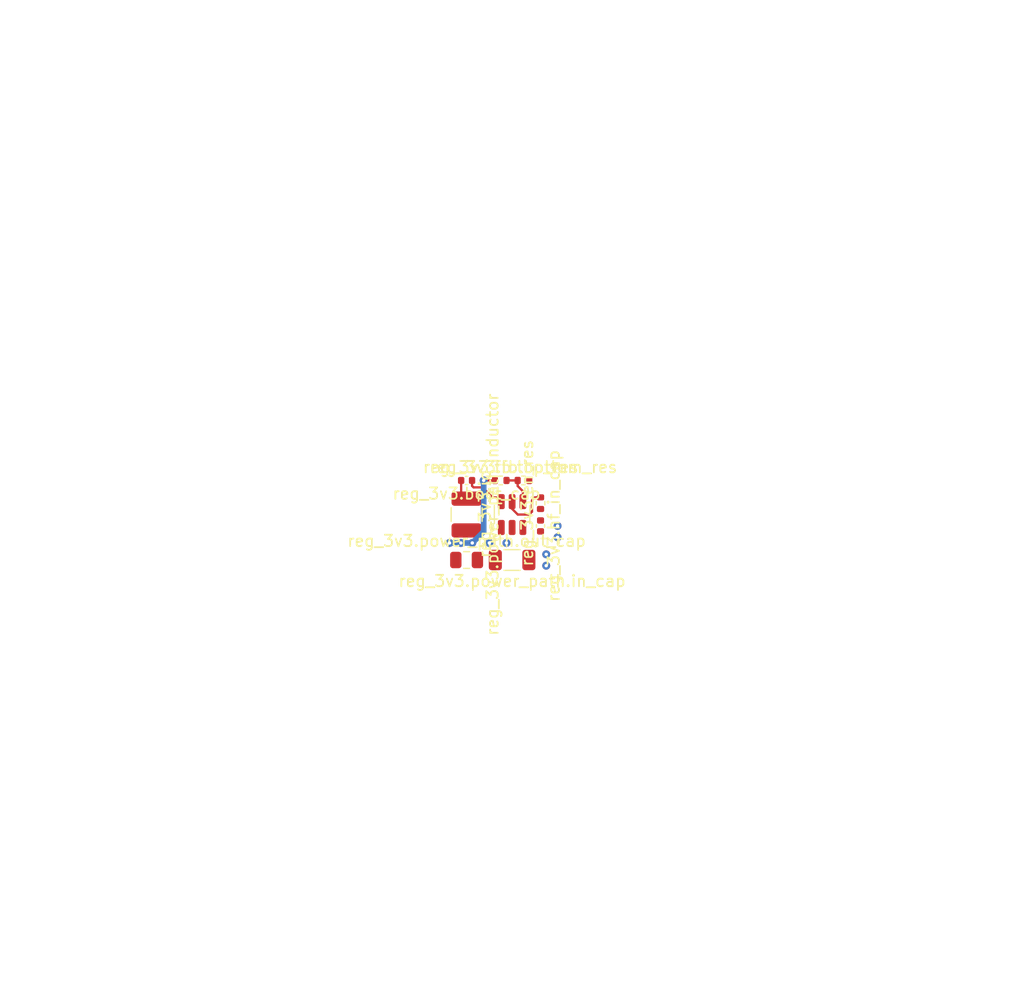
<source format=kicad_pcb>
(kicad_pcb (version 20240108) (generator "pcbnew") (generator_version "8.0")
  (layers (0 "F.Cu" signal) (31 "B.Cu" signal) (34 "B.Paste" user) (35 "F.Paste" user) (36 "B.SilkS" user "B.Silkscreen") (37 "F.SilkS" user "F.Silkscreen") (38 "B.Mask" user) (39 "F.Mask" user) (44 "Edge.Cuts" user))
  (net 0 "")
  (net 1 "Lv3v3")
  (net 2 "Lgnd")
  (net 3 "Lv12")
  (net 4 "Lreg_3v3.fb.output")
  (net 5 "Lreg_3v3.en_res.b")
  (net 6 "Lreg_3v3.boot_cap.pos")
  (net 7 "Lreg_3v3.boot_cap.neg")
  (footprint "Resistor_SMD:R_0402_1005Metric" (layer "F.Cu") (at 101 113)
    (property "Reference" "reg_3v3.fb.bottom_res" (at 0 -1.17 0) (layer "F.SilkS"))
    (property "Value" "±1% 1/16W Thick Film Resistors 50V ±100ppm/? -55?~+155? 1.5k? 0402 Chip Resistor - Surface Mount ROHS")
    (fp_line (start -0.153641 -0.38) (end 0.153641 -0.38) (stroke (width 0.12)) (layer "F.SilkS"))
    (fp_line (start -0.153641 0.38) (end 0.153641 0.38) (stroke (width 0.12)) (layer "F.SilkS"))
    (pad "1" smd roundrect (at -0.51 0) (size 0.54 0.64) (layers "F.Cu" "F.Paste" "F.Mask") (net 4 "Lreg_3v3.fb.output"))
    (pad "2" smd roundrect (at 0.51 0) (size 0.54 0.64) (layers "F.Cu" "F.Paste" "F.Mask") (net 2 "Lgnd"))
  )
  (footprint "Resistor_SMD:R_0402_1005Metric" (layer "F.Cu") (at 99 113)
    (property "Reference" "reg_3v3.fb.top_res" (at 0 -1.17 0) (layer "F.SilkS"))
    (property "Value" "±1% 1/16W Thick Film Resistors 50V ±100ppm/? -55?~+155? 6.8k? 0402 Chip Resistor - Surface Mount ROHS")
    (fp_line (start -0.153641 -0.38) (end 0.153641 -0.38) (stroke (width 0.12)) (layer "F.SilkS"))
    (fp_line (start -0.153641 0.38) (end 0.153641 0.38) (stroke (width 0.12)) (layer "F.SilkS"))
    (pad "1" smd roundrect (at -0.51 0) (size 0.54 0.64) (layers "F.Cu" "F.Paste" "F.Mask") (net 1 "Lv3v3"))
    (pad "2" smd roundrect (at 0.51 0) (size 0.54 0.64) (layers "F.Cu" "F.Paste" "F.Mask") (net 4 "Lreg_3v3.fb.output"))
  )
  (footprint "Capacitor_SMD:C_0402_1005Metric" (layer "F.Cu") (at 102.5 117 -90)
    (property "Reference" "reg_3v3.hf_in_cap" (at 0 -1.16 90) (layer "F.SilkS"))
    (property "Value" "50V 100nF X7R ±10% 0402 Multilayer Ceramic Capacitors MLCC - SMD/SMT ROHS")
    (fp_line (start -0.107836 0.36) (end 0.107836 0.36) (stroke (width 0.12)) (layer "F.SilkS"))
    (fp_line (start -0.107836 -0.36) (end 0.107836 -0.36) (stroke (width 0.12)) (layer "F.SilkS"))
    (pad "1" smd roundrect (at -0.48 0 270) (size 0.56 0.62) (layers "F.Cu" "F.Paste" "F.Mask") (net 3 "Lv12"))
    (pad "2" smd roundrect (at 0.48 0 270) (size 0.56 0.62) (layers "F.Cu" "F.Paste" "F.Mask") (net 2 "Lgnd"))
  )
  (footprint "Capacitor_SMD:C_0402_1005Metric" (layer "F.Cu") (at 96 113 180)
    (property "Reference" "reg_3v3.boot_cap" (at 0 -1.16 0) (layer "F.SilkS"))
    (property "Value" "16V 100nF X7R ±10% 0402 Multilayer Ceramic Capacitors MLCC - SMD/SMT ROHS")
    (fp_line (start -0.107836 0.36) (end 0.107836 0.36) (stroke (width 0.12)) (layer "F.SilkS"))
    (fp_line (start -0.107836 -0.36) (end 0.107836 -0.36) (stroke (width 0.12)) (layer "F.SilkS"))
    (pad "1" smd roundrect (at -0.48 0 180) (size 0.56 0.62) (layers "F.Cu" "F.Paste" "F.Mask") (net 6 "Lreg_3v3.boot_cap.pos"))
    (pad "2" smd roundrect (at 0.48 0 180) (size 0.56 0.62) (layers "F.Cu" "F.Paste" "F.Mask") (net 7 "Lreg_3v3.boot_cap.neg"))
  )
  (footprint "Inductor_SMD:L_1210_3225Metric" (layer "F.Cu") (at 96 116 -90)
    (property "Reference" "reg_3v3.power_path.inductor" (at 0 -2.28 90) (layer "F.SilkS"))
    (property "Value" "620mA 22uH ±10% 270m? 1210 Inductors (SMD) ROHS")
    (fp_line (start -0.602064 1.36) (end 0.602064 1.36) (stroke (width 0.12)) (layer "F.SilkS"))
    (fp_line (start -0.602064 -1.36) (end 0.602064 -1.36) (stroke (width 0.12)) (layer "F.SilkS"))
    (pad "1" smd roundrect (at -1.4 0 270) (size 1.25 2.65) (layers "F.Cu" "F.Paste" "F.Mask") (roundrect_rratio 0.2) (net 7 "Lreg_3v3.boot_cap.neg"))
    (pad "2" smd roundrect (at 1.4 0 270) (size 1.25 2.65) (layers "F.Cu" "F.Paste" "F.Mask") (roundrect_rratio 0.2) (net 1 "Lv3v3"))
  )
  (footprint "Package_TO_SOT_SMD:SOT-23-6" (layer "F.Cu") (at 100 116 90)
    (property "Reference" "reg_3v3.ic" (at 0 -2.4 90) (layer "F.SilkS"))
    (property "Value" "TPS54202H")
    (fp_line (start 0 -1.56) (end 0.8 -1.56) (stroke (width 0.12)) (layer "F.SilkS"))
    (fp_line (start 0 -1.56) (end -0.8 -1.56) (stroke (width 0.12)) (layer "F.SilkS"))
    (fp_line (start 0 1.56) (end 0.8 1.56) (stroke (width 0.12)) (layer "F.SilkS"))
    (fp_line (start 0 1.56) (end -0.8 1.56) (stroke (width 0.12)) (layer "F.SilkS"))
    (fp_poly (pts (xy -1.3 -1.51) (xy -1.54 -1.84) (xy -1.06 -1.84) (xy -1.3 -1.51)) (stroke (width 0.12)) (fill solid) (layer "F.SilkS"))
    (pad "1" smd roundrect (at -1.1375 -0.95 90) (size 1.325 0.6) (layers "F.Cu" "F.Paste" "F.Mask") (net 2 "Lgnd"))
    (pad "2" smd roundrect (at -1.1375 0 90) (size 1.325 0.6) (layers "F.Cu" "F.Paste" "F.Mask") (net 7 "Lreg_3v3.boot_cap.neg"))
    (pad "3" smd roundrect (at -1.1375 0.95 90) (size 1.325 0.6) (layers "F.Cu" "F.Paste" "F.Mask") (net 3 "Lv12"))
    (pad "4" smd roundrect (at 1.1375 0.95 90) (size 1.325 0.6) (layers "F.Cu" "F.Paste" "F.Mask") (net 4 "Lreg_3v3.fb.output"))
    (pad "5" smd roundrect (at 1.1375 0 90) (size 1.325 0.6) (layers "F.Cu" "F.Paste" "F.Mask") (net 5 "Lreg_3v3.en_res.b"))
    (pad "6" smd roundrect (at 1.1375 -0.95 90) (size 1.325 0.6) (layers "F.Cu" "F.Paste" "F.Mask") (net 6 "Lreg_3v3.boot_cap.pos"))
  )
  (footprint "Resistor_SMD:R_0402_1005Metric" (layer "F.Cu") (at 102.5 115 90)
    (property "Reference" "reg_3v3.en_res" (at 0 -1.17 90) (layer "F.SilkS"))
    (property "Value" "±1% 1/16W Thick Film Resistors 50V ±100ppm/? -55?~+155? 510k? 0402 Chip Resistor - Surface Mount ROHS")
    (fp_line (start -0.153641 -0.38) (end 0.153641 -0.38) (stroke (width 0.12)) (layer "F.SilkS"))
    (fp_line (start -0.153641 0.38) (end 0.153641 0.38) (stroke (width 0.12)) (layer "F.SilkS"))
    (pad "1" smd roundrect (at -0.51 0 90) (size 0.54 0.64) (layers "F.Cu" "F.Paste" "F.Mask") (net 3 "Lv12"))
    (pad "2" smd roundrect (at 0.51 0 90) (size 0.54 0.64) (layers "F.Cu" "F.Paste" "F.Mask") (net 5 "Lreg_3v3.en_res.b"))
  )
  (footprint "Capacitor_SMD:C_1206_3216Metric" (layer "F.Cu") (at 100 120 180)
    (property "Reference" "reg_3v3.power_path.in_cap" (at 0 -1.85 0) (layer "F.SilkS"))
    (property "Value" "25V 22uF X5R ±10% 1206 Multilayer Ceramic Capacitors MLCC - SMD/SMT ROHS")
    (fp_line (start -0.711252 0.91) (end 0.711252 0.91) (stroke (width 0.12)) (layer "F.SilkS"))
    (fp_line (start -0.711252 -0.91) (end 0.711252 -0.91) (stroke (width 0.12)) (layer "F.SilkS"))
    (pad "1" smd roundrect (at -1.475 0 180) (size 1.15 1.8) (layers "F.Cu" "F.Paste" "F.Mask") (roundrect_rratio 0.217391) (net 3 "Lv12"))
    (pad "2" smd roundrect (at 1.475 0 180) (size 1.15 1.8) (layers "F.Cu" "F.Paste" "F.Mask") (roundrect_rratio 0.217391) (net 2 "Lgnd"))
  )
  (footprint "Capacitor_SMD:C_0805_2012Metric" (layer "F.Cu") (at 96 120)
    (property "Reference" "reg_3v3.power_path.out_cap" (at 0 -1.68 0) (layer "F.SilkS"))
    (property "Value" "X5R 25V ±10% 10uF 0805 Multilayer Ceramic Capacitors MLCC - SMD/SMT ROHS")
    (fp_line (start -0.261252 -0.735) (end 0.261252 -0.735) (stroke (width 0.12)) (layer "F.SilkS"))
    (fp_line (start -0.261252 0.735) (end 0.261252 0.735) (stroke (width 0.12)) (layer "F.SilkS"))
    (pad "1" smd roundrect (at -0.95 0) (size 1 1.45) (layers "F.Cu" "F.Paste" "F.Mask") (net 1 "Lv3v3"))
    (pad "2" smd roundrect (at 0.95 0) (size 1 1.45) (layers "F.Cu" "F.Paste" "F.Mask") (net 2 "Lgnd"))
  )
  (segment (start 97.5 113) (end 98.49 113) (width 0.2) (layer "F.Cu") (net 1))
  (via (at 96.5 118.5) (size 0.7) (drill 0.3) (layers "F.Cu" "B.Cu") (net 1))
  (via (at 94.5 118.5) (size 0.7) (drill 0.3) (layers "F.Cu" "B.Cu") (net 1))
  (via (at 97.5 113) (size 0.7) (drill 0.3) (layers "F.Cu" "B.Cu") (net 1))
  (via (at 95.5 118.5) (size 0.7) (drill 0.3) (layers "F.Cu" "B.Cu") (net 1))
  (segment (start 94.5 118.5) (end 96.5 118.5) (width 0.5) (layer "B.Cu") (net 1))
  (segment (start 97.5 113) (end 97.5 117.5) (width 0.5) (layer "B.Cu") (net 1))
  (segment (start 96.5 118.5) (end 97.5 117.5) (width 0.5) (layer "B.Cu") (net 1))
  (via (at 104 117) (size 0.7) (drill 0.3) (layers "F.Cu" "B.Cu") (net 2))
  (via (at 98 118.5) (size 0.7) (drill 0.3) (layers "F.Cu" "B.Cu") (net 2))
  (via (at 104 118) (size 0.7) (drill 0.3) (layers "F.Cu" "B.Cu") (net 2))
  (via (at 99.5 118.5) (size 0.7) (drill 0.3) (layers "F.Cu" "B.Cu") (net 2))
  (via (at 103 120.5) (size 0.7) (drill 0.3) (layers "F.Cu" "B.Cu") (net 3))
  (via (at 103 119.5) (size 0.7) (drill 0.3) (layers "F.Cu" "B.Cu") (net 3))
  (segment (start 100.95 113.95) (end 100.49 113.49) (width 0.2) (layer "F.Cu") (net 4))
  (segment (start 100.49 113.49) (end 100.49 113) (width 0.2) (layer "F.Cu") (net 4))
  (segment (start 99.51 113) (end 100.49 113) (width 0.2) (layer "F.Cu") (net 4))
  (segment (start 100.95 114.8625) (end 100.95 113.95) (width 0.2) (layer "F.Cu") (net 4))
  (segment (start 101.75 115.75) (end 101.75 114.75) (width 0.2) (layer "F.Cu") (net 5))
  (segment (start 102.01 114.49) (end 102.5 114.49) (width 0.2) (layer "F.Cu") (net 5))
  (segment (start 100.5 116) (end 101.5 116) (width 0.2) (layer "F.Cu") (net 5))
  (segment (start 101.75 114.75) (end 102.01 114.49) (width 0.2) (layer "F.Cu") (net 5))
  (segment (start 100 114.8625) (end 100 115.5) (width 0.2) (layer "F.Cu") (net 5))
  (segment (start 101.5 116) (end 101.75 115.75) (width 0.2) (layer "F.Cu") (net 5))
  (segment (start 100 115.5) (end 100.5 116) (width 0.2) (layer "F.Cu") (net 5))
  (segment (start 96.48 113) (end 96.48 113.48) (width 0.2) (layer "F.Cu") (net 6))
  (segment (start 97.399088 113.61) (end 98.289088 114.5) (width 0.2) (layer "F.Cu") (net 6))
  (segment (start 99 114.5) (end 99.05 114.55) (width 0.2) (layer "F.Cu") (net 6))
  (segment (start 98.289088 114.5) (end 99 114.5) (width 0.2) (layer "F.Cu") (net 6))
  (segment (start 99.05 114.55) (end 99.05 114.8625) (width 0.2) (layer "F.Cu") (net 6))
  (segment (start 96.61 113.61) (end 97.399088 113.61) (width 0.2) (layer "F.Cu") (net 6))
  (segment (start 96.48 113.48) (end 96.61 113.61) (width 0.2) (layer "F.Cu") (net 6))
  (segment (start 95.52 113) (end 95.52 114.48) (width 0.2) (layer "F.Cu") (net 7))
  (segment (start 95.52 114.48) (end 95.5 114.5) (width 0.2) (layer "F.Cu") (net 7))
)
</source>
